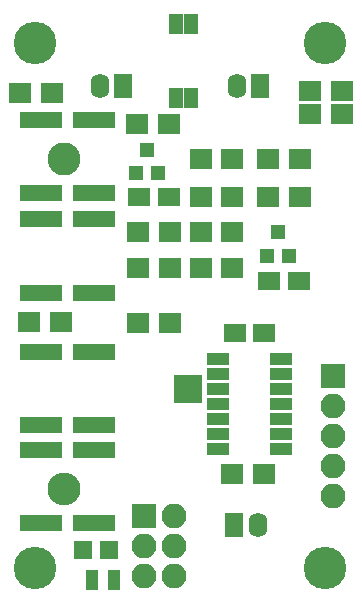
<source format=gbr>
G04 #@! TF.GenerationSoftware,KiCad,Pcbnew,(5.1.0)-1*
G04 #@! TF.CreationDate,2019-06-23T17:01:32+01:00*
G04 #@! TF.ProjectId,v4,76342e6b-6963-4616-945f-706362585858,rev?*
G04 #@! TF.SameCoordinates,Original*
G04 #@! TF.FileFunction,Soldermask,Top*
G04 #@! TF.FilePolarity,Negative*
%FSLAX46Y46*%
G04 Gerber Fmt 4.6, Leading zero omitted, Abs format (unit mm)*
G04 Created by KiCad (PCBNEW (5.1.0)-1) date 2019-06-23 17:01:32*
%MOMM*%
%LPD*%
G04 APERTURE LIST*
%ADD10R,1.900000X1.700000*%
%ADD11C,3.600000*%
%ADD12R,1.100000X1.700000*%
%ADD13R,1.600000X1.600000*%
%ADD14C,2.800000*%
%ADD15O,2.800000X2.800000*%
%ADD16R,1.600000X2.100000*%
%ADD17O,1.600000X2.100000*%
%ADD18R,1.900000X1.650000*%
%ADD19R,2.100000X2.100000*%
%ADD20O,2.100000X2.100000*%
%ADD21R,1.900000X1.000000*%
%ADD22R,1.200000X1.700000*%
%ADD23R,1.200000X1.300000*%
%ADD24R,2.400000X2.400000*%
%ADD25R,3.600000X1.400000*%
G04 APERTURE END LIST*
D10*
X127967600Y-54787600D03*
X130667600Y-54787600D03*
X103367600Y-54987600D03*
X106067600Y-54987600D03*
D11*
X129167600Y-50737600D03*
X104667600Y-50737600D03*
X104667600Y-95237600D03*
X129167600Y-95237600D03*
D12*
X111367600Y-96187600D03*
X109467600Y-96187600D03*
D13*
X110917600Y-93687600D03*
X108717600Y-93687600D03*
D14*
X107117600Y-60587600D03*
D15*
X107117600Y-88527600D03*
D16*
X123717600Y-54387600D03*
D17*
X121717600Y-54387600D03*
D18*
X113467600Y-63787600D03*
X115967600Y-63787600D03*
D19*
X129917600Y-78987600D03*
D20*
X129917600Y-81527600D03*
X129917600Y-84067600D03*
X129917600Y-86607600D03*
X129917600Y-89147600D03*
D10*
X113367600Y-69787600D03*
X116067600Y-69787600D03*
X115967600Y-57587600D03*
X113267600Y-57587600D03*
D19*
X113917600Y-90787600D03*
D20*
X116457600Y-90787600D03*
X113917600Y-93327600D03*
X116457600Y-93327600D03*
X113917600Y-95867600D03*
X116457600Y-95867600D03*
D18*
X121567600Y-75287600D03*
X124067600Y-75287600D03*
D16*
X121517600Y-91587600D03*
D17*
X123517600Y-91587600D03*
D10*
X127067600Y-63787600D03*
X124367600Y-63787600D03*
D21*
X120117600Y-77477600D03*
X120117600Y-78747600D03*
X120117600Y-80017600D03*
X120117600Y-81287600D03*
X120117600Y-82557600D03*
X120117600Y-83827600D03*
X120117600Y-85097600D03*
X125517600Y-85097600D03*
X125517600Y-83827600D03*
X125517600Y-82557600D03*
X125517600Y-81287600D03*
X125517600Y-80017600D03*
X125517600Y-78747600D03*
X125517600Y-77477600D03*
D18*
X124467600Y-70887600D03*
X126967600Y-70887600D03*
D16*
X112117600Y-54387600D03*
D17*
X110117600Y-54387600D03*
D10*
X121367600Y-87287600D03*
X124067600Y-87287600D03*
X118667600Y-63787600D03*
X121367600Y-63787600D03*
X121367600Y-66787600D03*
X118667600Y-66787600D03*
X127067600Y-60587600D03*
X124367600Y-60587600D03*
X113367600Y-66787600D03*
X116067600Y-66787600D03*
X118667600Y-60587600D03*
X121367600Y-60587600D03*
X130667600Y-56787600D03*
X127967600Y-56787600D03*
D22*
X116577600Y-55437600D03*
X117857600Y-55437600D03*
X117857600Y-49137600D03*
X116577600Y-49137600D03*
D23*
X124267600Y-68787600D03*
X126167600Y-68787600D03*
X125217600Y-66787600D03*
X113167600Y-61787600D03*
X115067600Y-61787600D03*
X114117600Y-59787600D03*
D10*
X104167600Y-74387600D03*
X106867600Y-74387600D03*
X113367600Y-74487600D03*
X116067600Y-74487600D03*
X121367600Y-69787600D03*
X118667600Y-69787600D03*
D24*
X117617600Y-80087600D03*
D25*
X109617600Y-71887600D03*
X109617600Y-65687600D03*
X109617600Y-76887600D03*
X109617600Y-83087600D03*
X105117600Y-71887600D03*
X105117600Y-65687600D03*
X105117600Y-76887600D03*
X105117600Y-83087600D03*
X105117600Y-63499200D03*
X105117600Y-57299200D03*
X105117600Y-85176000D03*
X105117600Y-91376000D03*
X109617600Y-57299200D03*
X109617600Y-63499200D03*
X109617600Y-91376000D03*
X109617600Y-85176000D03*
M02*

</source>
